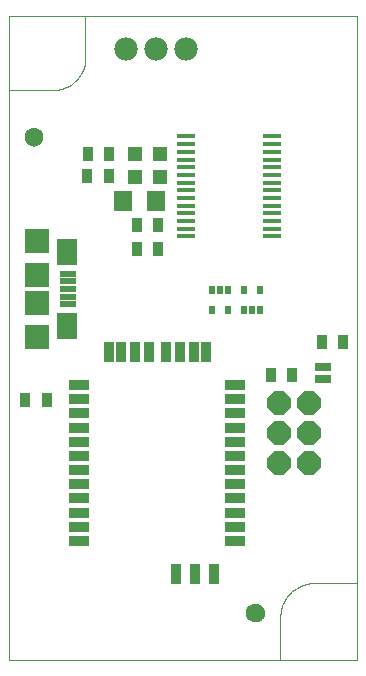
<source format=gbs>
G75*
G70*
%OFA0B0*%
%FSLAX24Y24*%
%IPPOS*%
%LPD*%
%AMOC8*
5,1,8,0,0,1.08239X$1,22.5*
%
%ADD10C,0.0000*%
%ADD11R,0.0355X0.0512*%
%ADD12R,0.0591X0.0670*%
%ADD13R,0.0571X0.0197*%
%ADD14R,0.0670X0.0867*%
%ADD15R,0.0788X0.0788*%
%ADD16R,0.0670X0.0355*%
%ADD17R,0.0355X0.0670*%
%ADD18OC8,0.0780*%
%ADD19R,0.0590X0.0177*%
%ADD20C,0.0631*%
%ADD21R,0.0512X0.0512*%
%ADD22C,0.0780*%
%ADD23R,0.0540X0.0290*%
%ADD24R,0.0197X0.0316*%
D10*
X000373Y000131D02*
X000373Y019127D01*
X001840Y019127D01*
X001903Y019129D01*
X001967Y019134D01*
X002030Y019144D01*
X002092Y019156D01*
X002153Y019173D01*
X002213Y019193D01*
X002273Y019216D01*
X002330Y019243D01*
X002386Y019273D01*
X002440Y019307D01*
X002492Y019343D01*
X002542Y019382D01*
X002589Y019425D01*
X002634Y019470D01*
X002677Y019517D01*
X002716Y019567D01*
X002752Y019619D01*
X002786Y019673D01*
X002816Y019729D01*
X002843Y019786D01*
X002866Y019846D01*
X002886Y019906D01*
X002903Y019967D01*
X002915Y020029D01*
X002925Y020092D01*
X002930Y020156D01*
X002932Y020219D01*
X002932Y021588D01*
X011987Y021588D01*
X011987Y002690D01*
X010554Y002690D01*
X010489Y002688D01*
X010423Y002682D01*
X010358Y002673D01*
X010294Y002660D01*
X010231Y002643D01*
X010169Y002622D01*
X010108Y002598D01*
X010049Y002570D01*
X009991Y002539D01*
X009935Y002505D01*
X009882Y002467D01*
X009830Y002427D01*
X009781Y002383D01*
X009735Y002337D01*
X009691Y002288D01*
X009651Y002236D01*
X009613Y002183D01*
X009579Y002127D01*
X009548Y002069D01*
X009520Y002010D01*
X009496Y001949D01*
X009475Y001887D01*
X009458Y001824D01*
X009445Y001760D01*
X009436Y001695D01*
X009430Y001629D01*
X009428Y001564D01*
X009428Y000131D01*
X000373Y000131D01*
X008298Y001706D02*
X008300Y001740D01*
X008306Y001774D01*
X008316Y001807D01*
X008329Y001838D01*
X008347Y001868D01*
X008367Y001896D01*
X008391Y001921D01*
X008417Y001943D01*
X008445Y001961D01*
X008476Y001977D01*
X008508Y001989D01*
X008542Y001997D01*
X008576Y002001D01*
X008610Y002001D01*
X008644Y001997D01*
X008678Y001989D01*
X008710Y001977D01*
X008740Y001961D01*
X008769Y001943D01*
X008795Y001921D01*
X008819Y001896D01*
X008839Y001868D01*
X008857Y001838D01*
X008870Y001807D01*
X008880Y001774D01*
X008886Y001740D01*
X008888Y001706D01*
X008886Y001672D01*
X008880Y001638D01*
X008870Y001605D01*
X008857Y001574D01*
X008839Y001544D01*
X008819Y001516D01*
X008795Y001491D01*
X008769Y001469D01*
X008741Y001451D01*
X008710Y001435D01*
X008678Y001423D01*
X008644Y001415D01*
X008610Y001411D01*
X008576Y001411D01*
X008542Y001415D01*
X008508Y001423D01*
X008476Y001435D01*
X008445Y001451D01*
X008417Y001469D01*
X008391Y001491D01*
X008367Y001516D01*
X008347Y001544D01*
X008329Y001574D01*
X008316Y001605D01*
X008306Y001638D01*
X008300Y001672D01*
X008298Y001706D01*
X009428Y000131D02*
X011987Y000131D01*
X011987Y002690D01*
X000905Y017572D02*
X000907Y017606D01*
X000913Y017640D01*
X000923Y017673D01*
X000936Y017704D01*
X000954Y017734D01*
X000974Y017762D01*
X000998Y017787D01*
X001024Y017809D01*
X001052Y017827D01*
X001083Y017843D01*
X001115Y017855D01*
X001149Y017863D01*
X001183Y017867D01*
X001217Y017867D01*
X001251Y017863D01*
X001285Y017855D01*
X001317Y017843D01*
X001347Y017827D01*
X001376Y017809D01*
X001402Y017787D01*
X001426Y017762D01*
X001446Y017734D01*
X001464Y017704D01*
X001477Y017673D01*
X001487Y017640D01*
X001493Y017606D01*
X001495Y017572D01*
X001493Y017538D01*
X001487Y017504D01*
X001477Y017471D01*
X001464Y017440D01*
X001446Y017410D01*
X001426Y017382D01*
X001402Y017357D01*
X001376Y017335D01*
X001348Y017317D01*
X001317Y017301D01*
X001285Y017289D01*
X001251Y017281D01*
X001217Y017277D01*
X001183Y017277D01*
X001149Y017281D01*
X001115Y017289D01*
X001083Y017301D01*
X001052Y017317D01*
X001024Y017335D01*
X000998Y017357D01*
X000974Y017382D01*
X000954Y017410D01*
X000936Y017440D01*
X000923Y017471D01*
X000913Y017504D01*
X000907Y017538D01*
X000905Y017572D01*
X000373Y019127D02*
X000373Y021588D01*
X002932Y021588D01*
D11*
X003011Y017007D03*
X002995Y016248D03*
X003704Y016248D03*
X003719Y017007D03*
X004645Y014619D03*
X004645Y013832D03*
X005353Y013832D03*
X005353Y014619D03*
X009113Y009619D03*
X009822Y009619D03*
X010806Y010718D03*
X011515Y010718D03*
X001637Y008796D03*
X000928Y008796D03*
D12*
X004192Y015415D03*
X005294Y015415D03*
D13*
X002358Y013003D03*
X002358Y012747D03*
X002358Y012491D03*
X002358Y012235D03*
X002358Y011979D03*
D14*
X002308Y011270D03*
X002308Y013711D03*
D15*
X001304Y014085D03*
X001304Y012963D03*
X001304Y012018D03*
X001304Y010896D03*
D16*
X002731Y009292D03*
X002731Y008820D03*
X002731Y008348D03*
X002731Y007875D03*
X002731Y007403D03*
X002731Y006930D03*
X002731Y006458D03*
X002731Y005985D03*
X002731Y005513D03*
X002731Y005040D03*
X002731Y004568D03*
X002731Y004096D03*
X007928Y004096D03*
X007928Y004568D03*
X007928Y005040D03*
X007928Y005513D03*
X007928Y005985D03*
X007928Y006458D03*
X007928Y006930D03*
X007928Y007403D03*
X007928Y007875D03*
X007928Y008348D03*
X007928Y008820D03*
X007928Y009292D03*
D17*
X006953Y010395D03*
X006550Y010395D03*
X006078Y010395D03*
X005605Y010395D03*
X005054Y010395D03*
X004582Y010395D03*
X004109Y010395D03*
X003707Y010395D03*
X005960Y002993D03*
X006589Y002993D03*
X007219Y002993D03*
D18*
X009393Y006694D03*
X009393Y007694D03*
X009393Y008694D03*
X010393Y008694D03*
X010393Y007694D03*
X010393Y006694D03*
D19*
X009155Y014251D03*
X009155Y014507D03*
X009155Y014763D03*
X009155Y015019D03*
X009155Y015275D03*
X009155Y015531D03*
X009155Y015787D03*
X009155Y016042D03*
X009155Y016298D03*
X009155Y016554D03*
X009155Y016810D03*
X009155Y017066D03*
X009155Y017322D03*
X009155Y017578D03*
X006276Y017578D03*
X006276Y017322D03*
X006276Y017066D03*
X006276Y016810D03*
X006276Y016554D03*
X006276Y016298D03*
X006276Y016042D03*
X006276Y015787D03*
X006276Y015531D03*
X006276Y015275D03*
X006276Y015019D03*
X006276Y014763D03*
X006276Y014507D03*
X006276Y014251D03*
D20*
X001200Y017572D03*
X008593Y001706D03*
D21*
X005412Y016233D03*
X005412Y017001D03*
X004586Y017001D03*
X004586Y016233D03*
D22*
X004294Y020509D03*
X005294Y020509D03*
X006294Y020509D03*
D23*
X010845Y009898D03*
X010845Y009498D03*
D24*
X008739Y011804D03*
X008483Y011804D03*
X008227Y011804D03*
X008227Y012474D03*
X008739Y012474D03*
X007676Y012474D03*
X007420Y012474D03*
X007164Y012474D03*
X007164Y011804D03*
X007676Y011804D03*
M02*

</source>
